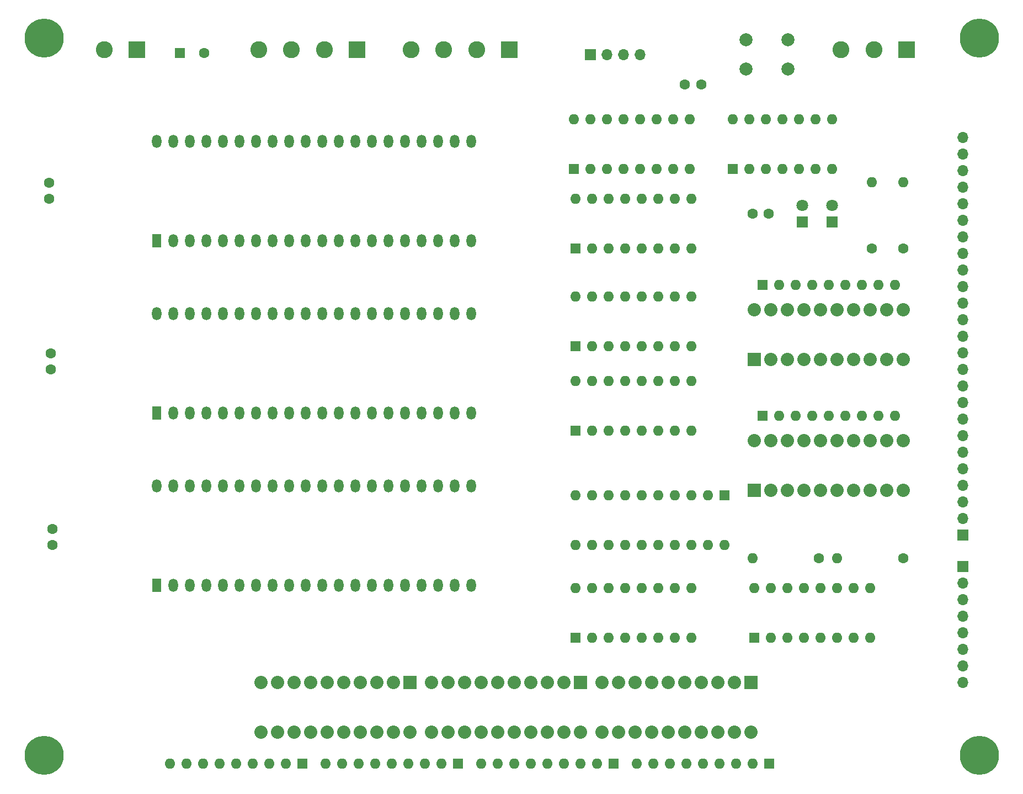
<source format=gbr>
%TF.GenerationSoftware,KiCad,Pcbnew,(5.1.9-0-10_14)*%
%TF.CreationDate,2021-06-20T20:55:53-04:00*%
%TF.ProjectId,control,636f6e74-726f-46c2-9e6b-696361645f70,rev?*%
%TF.SameCoordinates,Original*%
%TF.FileFunction,Soldermask,Top*%
%TF.FilePolarity,Negative*%
%FSLAX46Y46*%
G04 Gerber Fmt 4.6, Leading zero omitted, Abs format (unit mm)*
G04 Created by KiCad (PCBNEW (5.1.9-0-10_14)) date 2021-06-20 20:55:53*
%MOMM*%
%LPD*%
G01*
G04 APERTURE LIST*
%ADD10C,1.600000*%
%ADD11C,2.600000*%
%ADD12R,2.600000X2.600000*%
%ADD13O,1.700000X1.700000*%
%ADD14R,1.700000X1.700000*%
%ADD15C,6.000000*%
%ADD16C,0.800000*%
%ADD17C,2.032000*%
%ADD18R,2.032000X2.032000*%
%ADD19R,1.600000X1.600000*%
%ADD20O,1.600000X1.600000*%
%ADD21C,2.000000*%
%ADD22O,1.440000X2.000000*%
%ADD23R,1.440000X2.000000*%
%ADD24C,1.800000*%
%ADD25R,1.800000X1.800000*%
G04 APERTURE END LIST*
D10*
%TO.C,C6*%
X123668400Y-42824600D03*
X126168400Y-42824600D03*
%TD*%
%TO.C,C2*%
X136542400Y-62636600D03*
X134042400Y-62636600D03*
%TD*%
D11*
%TO.C,J5*%
X147664400Y-37490600D03*
X152664400Y-37490600D03*
D12*
X157664400Y-37490600D03*
%TD*%
D13*
%TO.C,J3*%
X166300400Y-50952600D03*
X166300400Y-53492600D03*
X166300400Y-56032600D03*
X166300400Y-58572600D03*
X166300400Y-61112600D03*
X166300400Y-63652600D03*
X166300400Y-66192600D03*
X166300400Y-68732600D03*
X166300400Y-71272600D03*
X166300400Y-73812600D03*
X166300400Y-76352600D03*
X166300400Y-78892600D03*
X166300400Y-81432600D03*
X166300400Y-83972600D03*
X166300400Y-86512600D03*
X166300400Y-89052600D03*
X166300400Y-91592600D03*
X166300400Y-94132600D03*
X166300400Y-96672600D03*
X166300400Y-99212600D03*
X166300400Y-101752600D03*
X166300400Y-104292600D03*
X166300400Y-106832600D03*
X166300400Y-109372600D03*
D14*
X166300400Y-111912600D03*
%TD*%
D15*
%TO.C,REF\u002A\u002A*%
X25330400Y-35712600D03*
D16*
X27580400Y-35712600D03*
X26921390Y-37303590D03*
X25330400Y-37962600D03*
X23739410Y-37303590D03*
X23080400Y-35712600D03*
X23739410Y-34121610D03*
X25330400Y-33462600D03*
X26921390Y-34121610D03*
%TD*%
%TO.C,REF\u002A\u002A*%
X26921390Y-144103610D03*
X25330400Y-143444600D03*
X23739410Y-144103610D03*
X23080400Y-145694600D03*
X23739410Y-147285590D03*
X25330400Y-147944600D03*
X26921390Y-147285590D03*
X27580400Y-145694600D03*
D15*
X25330400Y-145694600D03*
%TD*%
%TO.C,REF\u002A\u002A*%
X168840400Y-145694600D03*
D16*
X171090400Y-145694600D03*
X170431390Y-147285590D03*
X168840400Y-147944600D03*
X167249410Y-147285590D03*
X166590400Y-145694600D03*
X167249410Y-144103610D03*
X168840400Y-143444600D03*
X170431390Y-144103610D03*
%TD*%
%TO.C,REF\u002A\u002A*%
X170431390Y-34121610D03*
X168840400Y-33462600D03*
X167249410Y-34121610D03*
X166590400Y-35712600D03*
X167249410Y-37303590D03*
X168840400Y-37962600D03*
X170431390Y-37303590D03*
X171090400Y-35712600D03*
D15*
X168840400Y-35712600D03*
%TD*%
D17*
%TO.C,BAR4*%
X134296400Y-77368600D03*
X136836400Y-77368600D03*
X139376400Y-77368600D03*
X141916400Y-77368600D03*
X154616400Y-84988600D03*
X157156400Y-84988600D03*
X157156400Y-77368600D03*
X154616400Y-77368600D03*
X152076400Y-84988600D03*
X149536400Y-84988600D03*
X146996400Y-84988600D03*
X144456400Y-84988600D03*
X144456400Y-77368600D03*
X146996400Y-77368600D03*
X149536400Y-77368600D03*
X152076400Y-77368600D03*
X141916400Y-84988600D03*
X139376400Y-84988600D03*
X136836400Y-84988600D03*
D18*
X134296400Y-84988600D03*
%TD*%
D10*
%TO.C,C5*%
X49958400Y-37998600D03*
D19*
X46158400Y-37998600D03*
%TD*%
D20*
%TO.C,U8*%
X106864400Y-75336600D03*
X124644400Y-82956600D03*
X109404400Y-75336600D03*
X122104400Y-82956600D03*
X111944400Y-75336600D03*
X119564400Y-82956600D03*
X114484400Y-75336600D03*
X117024400Y-82956600D03*
X117024400Y-75336600D03*
X114484400Y-82956600D03*
X119564400Y-75336600D03*
X111944400Y-82956600D03*
X122104400Y-75336600D03*
X109404400Y-82956600D03*
X124644400Y-75336600D03*
D19*
X106864400Y-82956600D03*
%TD*%
D20*
%TO.C,U7*%
X130994400Y-48158600D03*
X146234400Y-55778600D03*
X133534400Y-48158600D03*
X143694400Y-55778600D03*
X136074400Y-48158600D03*
X141154400Y-55778600D03*
X138614400Y-48158600D03*
X138614400Y-55778600D03*
X141154400Y-48158600D03*
X136074400Y-55778600D03*
X143694400Y-48158600D03*
X133534400Y-55778600D03*
X146234400Y-48158600D03*
D19*
X130994400Y-55778600D03*
%TD*%
D20*
%TO.C,U6*%
X106864400Y-88290600D03*
X124644400Y-95910600D03*
X109404400Y-88290600D03*
X122104400Y-95910600D03*
X111944400Y-88290600D03*
X119564400Y-95910600D03*
X114484400Y-88290600D03*
X117024400Y-95910600D03*
X117024400Y-88290600D03*
X114484400Y-95910600D03*
X119564400Y-88290600D03*
X111944400Y-95910600D03*
X122104400Y-88290600D03*
X109404400Y-95910600D03*
X124644400Y-88290600D03*
D19*
X106864400Y-95910600D03*
%TD*%
D20*
%TO.C,U5*%
X106864400Y-120040600D03*
X124644400Y-127660600D03*
X109404400Y-120040600D03*
X122104400Y-127660600D03*
X111944400Y-120040600D03*
X119564400Y-127660600D03*
X114484400Y-120040600D03*
X117024400Y-127660600D03*
X117024400Y-120040600D03*
X114484400Y-127660600D03*
X119564400Y-120040600D03*
X111944400Y-127660600D03*
X122104400Y-120040600D03*
X109404400Y-127660600D03*
X124644400Y-120040600D03*
D19*
X106864400Y-127660600D03*
%TD*%
D20*
%TO.C,U4*%
X134296400Y-120040600D03*
X152076400Y-127660600D03*
X136836400Y-120040600D03*
X149536400Y-127660600D03*
X139376400Y-120040600D03*
X146996400Y-127660600D03*
X141916400Y-120040600D03*
X144456400Y-127660600D03*
X144456400Y-120040600D03*
X141916400Y-127660600D03*
X146996400Y-120040600D03*
X139376400Y-127660600D03*
X149536400Y-120040600D03*
X136836400Y-127660600D03*
X152076400Y-120040600D03*
D19*
X134296400Y-127660600D03*
%TD*%
D20*
%TO.C,U3*%
X129724400Y-113436600D03*
X106864400Y-105816600D03*
X127184400Y-113436600D03*
X109404400Y-105816600D03*
X124644400Y-113436600D03*
X111944400Y-105816600D03*
X122104400Y-113436600D03*
X114484400Y-105816600D03*
X119564400Y-113436600D03*
X117024400Y-105816600D03*
X117024400Y-113436600D03*
X119564400Y-105816600D03*
X114484400Y-113436600D03*
X122104400Y-105816600D03*
X111944400Y-113436600D03*
X124644400Y-105816600D03*
X109404400Y-113436600D03*
X127184400Y-105816600D03*
X106864400Y-113436600D03*
D19*
X129724400Y-105816600D03*
%TD*%
D20*
%TO.C,U2*%
X106610400Y-48158600D03*
X124390400Y-55778600D03*
X109150400Y-48158600D03*
X121850400Y-55778600D03*
X111690400Y-48158600D03*
X119310400Y-55778600D03*
X114230400Y-48158600D03*
X116770400Y-55778600D03*
X116770400Y-48158600D03*
X114230400Y-55778600D03*
X119310400Y-48158600D03*
X111690400Y-55778600D03*
X121850400Y-48158600D03*
X109150400Y-55778600D03*
X124390400Y-48158600D03*
D19*
X106610400Y-55778600D03*
%TD*%
D20*
%TO.C,U1*%
X106864400Y-60350600D03*
X124644400Y-67970600D03*
X109404400Y-60350600D03*
X122104400Y-67970600D03*
X111944400Y-60350600D03*
X119564400Y-67970600D03*
X114484400Y-60350600D03*
X117024400Y-67970600D03*
X117024400Y-60350600D03*
X114484400Y-67970600D03*
X119564400Y-60350600D03*
X111944400Y-67970600D03*
X122104400Y-60350600D03*
X109404400Y-67970600D03*
X124644400Y-60350600D03*
D19*
X106864400Y-67970600D03*
%TD*%
D21*
%TO.C,SW6*%
X139526400Y-35966600D03*
X139526400Y-40466600D03*
X133026400Y-35966600D03*
X133026400Y-40466600D03*
%TD*%
D20*
%TO.C,RN17*%
X92386400Y-146964600D03*
X94926400Y-146964600D03*
X97466400Y-146964600D03*
X100006400Y-146964600D03*
X102546400Y-146964600D03*
X105086400Y-146964600D03*
X107626400Y-146964600D03*
X110166400Y-146964600D03*
D19*
X112706400Y-146964600D03*
%TD*%
D20*
%TO.C,RN16*%
X68510400Y-146964600D03*
X71050400Y-146964600D03*
X73590400Y-146964600D03*
X76130400Y-146964600D03*
X78670400Y-146964600D03*
X81210400Y-146964600D03*
X83750400Y-146964600D03*
X86290400Y-146964600D03*
D19*
X88830400Y-146964600D03*
%TD*%
D20*
%TO.C,RN15*%
X44634400Y-146964600D03*
X47174400Y-146964600D03*
X49714400Y-146964600D03*
X52254400Y-146964600D03*
X54794400Y-146964600D03*
X57334400Y-146964600D03*
X59874400Y-146964600D03*
X62414400Y-146964600D03*
D19*
X64954400Y-146964600D03*
%TD*%
D20*
%TO.C,RN14*%
X116262400Y-146964600D03*
X118802400Y-146964600D03*
X121342400Y-146964600D03*
X123882400Y-146964600D03*
X126422400Y-146964600D03*
X128962400Y-146964600D03*
X131502400Y-146964600D03*
X134042400Y-146964600D03*
D19*
X136582400Y-146964600D03*
%TD*%
D20*
%TO.C,RN2*%
X155886400Y-93624600D03*
X153346400Y-93624600D03*
X150806400Y-93624600D03*
X148266400Y-93624600D03*
X145726400Y-93624600D03*
X143186400Y-93624600D03*
X140646400Y-93624600D03*
X138106400Y-93624600D03*
D19*
X135566400Y-93624600D03*
%TD*%
D20*
%TO.C,RN1*%
X155886400Y-73558600D03*
X153346400Y-73558600D03*
X150806400Y-73558600D03*
X148266400Y-73558600D03*
X145726400Y-73558600D03*
X143186400Y-73558600D03*
X140646400Y-73558600D03*
X138106400Y-73558600D03*
D19*
X135566400Y-73558600D03*
%TD*%
D20*
%TO.C,R4*%
X157205400Y-57810600D03*
D10*
X157205400Y-67970600D03*
%TD*%
D20*
%TO.C,R3*%
X152330400Y-57810600D03*
D10*
X152330400Y-67970600D03*
%TD*%
D20*
%TO.C,R2*%
X134042400Y-115468600D03*
D10*
X144202400Y-115468600D03*
%TD*%
D20*
%TO.C,R1*%
X146996400Y-115468600D03*
D10*
X157156400Y-115468600D03*
%TD*%
D11*
%TO.C,J50*%
X34554400Y-37490600D03*
D12*
X39554400Y-37490600D03*
%TD*%
D13*
%TO.C,J12*%
X116770400Y-38252600D03*
X114230400Y-38252600D03*
X111690400Y-38252600D03*
D14*
X109150400Y-38252600D03*
%TD*%
D13*
%TO.C,J8*%
X166300400Y-134518600D03*
X166300400Y-131978600D03*
X166300400Y-129438600D03*
X166300400Y-126898600D03*
X166300400Y-124358600D03*
X166300400Y-121818600D03*
X166300400Y-119278600D03*
D14*
X166300400Y-116738600D03*
%TD*%
D11*
%TO.C,J4*%
X58336400Y-37490600D03*
X63336400Y-37490600D03*
X68336400Y-37490600D03*
D12*
X73336400Y-37490600D03*
%TD*%
D11*
%TO.C,J2*%
X81704400Y-37490600D03*
X86704400Y-37490600D03*
X91704400Y-37490600D03*
D12*
X96704400Y-37490600D03*
%TD*%
D22*
%TO.C,EEPROM4*%
X90897400Y-51536600D03*
X90897400Y-66776600D03*
X88357400Y-51536600D03*
X88357400Y-66776600D03*
X85817400Y-51536600D03*
X85817400Y-66776600D03*
X83277400Y-51536600D03*
X83277400Y-66776600D03*
X80737400Y-51536600D03*
X80737400Y-66776600D03*
X78197400Y-51536600D03*
X78197400Y-66776600D03*
X75657400Y-51536600D03*
X75657400Y-66776600D03*
X73117400Y-51536600D03*
X73117400Y-66776600D03*
X70577400Y-51536600D03*
X70577400Y-66776600D03*
X68037400Y-51536600D03*
X68037400Y-66776600D03*
X65497400Y-51536600D03*
X65497400Y-66776600D03*
X62957400Y-51536600D03*
X62957400Y-66776600D03*
X60417400Y-51536600D03*
X60417400Y-66776600D03*
X57877400Y-51536600D03*
X57877400Y-66776600D03*
X55337400Y-51536600D03*
X55337400Y-66776600D03*
X52797400Y-51536600D03*
X52797400Y-66776600D03*
X50257400Y-51536600D03*
X50257400Y-66776600D03*
X47717400Y-51536600D03*
X47717400Y-66776600D03*
X45177400Y-51536600D03*
X45177400Y-66776600D03*
X42637400Y-51536600D03*
D23*
X42637400Y-66776600D03*
%TD*%
D22*
%TO.C,EEPROM2*%
X90897400Y-77936600D03*
X90897400Y-93176600D03*
X88357400Y-77936600D03*
X88357400Y-93176600D03*
X85817400Y-77936600D03*
X85817400Y-93176600D03*
X83277400Y-77936600D03*
X83277400Y-93176600D03*
X80737400Y-77936600D03*
X80737400Y-93176600D03*
X78197400Y-77936600D03*
X78197400Y-93176600D03*
X75657400Y-77936600D03*
X75657400Y-93176600D03*
X73117400Y-77936600D03*
X73117400Y-93176600D03*
X70577400Y-77936600D03*
X70577400Y-93176600D03*
X68037400Y-77936600D03*
X68037400Y-93176600D03*
X65497400Y-77936600D03*
X65497400Y-93176600D03*
X62957400Y-77936600D03*
X62957400Y-93176600D03*
X60417400Y-77936600D03*
X60417400Y-93176600D03*
X57877400Y-77936600D03*
X57877400Y-93176600D03*
X55337400Y-77936600D03*
X55337400Y-93176600D03*
X52797400Y-77936600D03*
X52797400Y-93176600D03*
X50257400Y-77936600D03*
X50257400Y-93176600D03*
X47717400Y-77936600D03*
X47717400Y-93176600D03*
X45177400Y-77936600D03*
X45177400Y-93176600D03*
X42637400Y-77936600D03*
D23*
X42637400Y-93176600D03*
%TD*%
D22*
%TO.C,EEPROM1*%
X90897400Y-104336600D03*
X90897400Y-119576600D03*
X88357400Y-104336600D03*
X88357400Y-119576600D03*
X85817400Y-104336600D03*
X85817400Y-119576600D03*
X83277400Y-104336600D03*
X83277400Y-119576600D03*
X80737400Y-104336600D03*
X80737400Y-119576600D03*
X78197400Y-104336600D03*
X78197400Y-119576600D03*
X75657400Y-104336600D03*
X75657400Y-119576600D03*
X73117400Y-104336600D03*
X73117400Y-119576600D03*
X70577400Y-104336600D03*
X70577400Y-119576600D03*
X68037400Y-104336600D03*
X68037400Y-119576600D03*
X65497400Y-104336600D03*
X65497400Y-119576600D03*
X62957400Y-104336600D03*
X62957400Y-119576600D03*
X60417400Y-104336600D03*
X60417400Y-119576600D03*
X57877400Y-104336600D03*
X57877400Y-119576600D03*
X55337400Y-104336600D03*
X55337400Y-119576600D03*
X52797400Y-104336600D03*
X52797400Y-119576600D03*
X50257400Y-104336600D03*
X50257400Y-119576600D03*
X47717400Y-104336600D03*
X47717400Y-119576600D03*
X45177400Y-104336600D03*
X45177400Y-119576600D03*
X42637400Y-104336600D03*
D23*
X42637400Y-119576600D03*
%TD*%
D24*
%TO.C,D2*%
X146234400Y-61366600D03*
D25*
X146234400Y-63906600D03*
%TD*%
D24*
%TO.C,D1*%
X141662400Y-61366600D03*
D25*
X141662400Y-63906600D03*
%TD*%
D10*
%TO.C,C4*%
X26600400Y-110936600D03*
X26600400Y-113436600D03*
%TD*%
%TO.C,C3*%
X26346400Y-84012600D03*
X26346400Y-86512600D03*
%TD*%
%TO.C,C1*%
X26092400Y-57850600D03*
X26092400Y-60350600D03*
%TD*%
D17*
%TO.C,BAR5*%
X134296400Y-97434600D03*
X136836400Y-97434600D03*
X139376400Y-97434600D03*
X141916400Y-97434600D03*
X154616400Y-105054600D03*
X157156400Y-105054600D03*
X157156400Y-97434600D03*
X154616400Y-97434600D03*
X152076400Y-105054600D03*
X149536400Y-105054600D03*
X146996400Y-105054600D03*
X144456400Y-105054600D03*
X144456400Y-97434600D03*
X146996400Y-97434600D03*
X149536400Y-97434600D03*
X152076400Y-97434600D03*
X141916400Y-105054600D03*
X139376400Y-105054600D03*
X136836400Y-105054600D03*
D18*
X134296400Y-105054600D03*
%TD*%
D17*
%TO.C,BAR3*%
X107626400Y-142138600D03*
X105086400Y-142138600D03*
X102546400Y-142138600D03*
X100006400Y-142138600D03*
X87306400Y-134518600D03*
X84766400Y-134518600D03*
X84766400Y-142138600D03*
X87306400Y-142138600D03*
X89846400Y-134518600D03*
X92386400Y-134518600D03*
X94926400Y-134518600D03*
X97466400Y-134518600D03*
X97466400Y-142138600D03*
X94926400Y-142138600D03*
X92386400Y-142138600D03*
X89846400Y-142138600D03*
X100006400Y-134518600D03*
X102546400Y-134518600D03*
X105086400Y-134518600D03*
D18*
X107626400Y-134518600D03*
%TD*%
D17*
%TO.C,BAR2*%
X81464400Y-142138600D03*
X78924400Y-142138600D03*
X76384400Y-142138600D03*
X73844400Y-142138600D03*
X61144400Y-134518600D03*
X58604400Y-134518600D03*
X58604400Y-142138600D03*
X61144400Y-142138600D03*
X63684400Y-134518600D03*
X66224400Y-134518600D03*
X68764400Y-134518600D03*
X71304400Y-134518600D03*
X71304400Y-142138600D03*
X68764400Y-142138600D03*
X66224400Y-142138600D03*
X63684400Y-142138600D03*
X73844400Y-134518600D03*
X76384400Y-134518600D03*
X78924400Y-134518600D03*
D18*
X81464400Y-134518600D03*
%TD*%
D17*
%TO.C,BAR1*%
X133788400Y-142138600D03*
X131248400Y-142138600D03*
X128708400Y-142138600D03*
X126168400Y-142138600D03*
X113468400Y-134518600D03*
X110928400Y-134518600D03*
X110928400Y-142138600D03*
X113468400Y-142138600D03*
X116008400Y-134518600D03*
X118548400Y-134518600D03*
X121088400Y-134518600D03*
X123628400Y-134518600D03*
X123628400Y-142138600D03*
X121088400Y-142138600D03*
X118548400Y-142138600D03*
X116008400Y-142138600D03*
X126168400Y-134518600D03*
X128708400Y-134518600D03*
X131248400Y-134518600D03*
D18*
X133788400Y-134518600D03*
%TD*%
M02*

</source>
